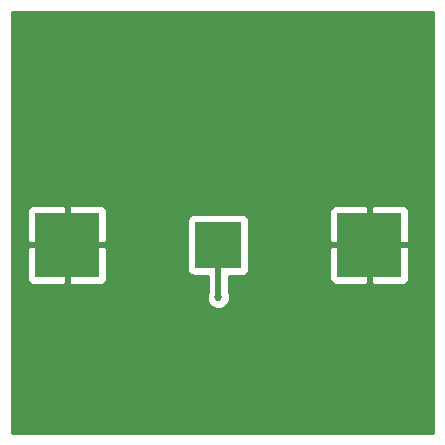
<source format=gbl>
G04 #@! TF.FileFunction,Copper,L2,Bot,Signal*
%FSLAX46Y46*%
G04 Gerber Fmt 4.6, Leading zero omitted, Abs format (unit mm)*
G04 Created by KiCad (PCBNEW 4.0.3-stable) date 08/20/16 15:19:20*
%MOMM*%
%LPD*%
G01*
G04 APERTURE LIST*
%ADD10C,0.100000*%
%ADD11R,4.000000X4.000000*%
%ADD12R,5.500000X5.500000*%
%ADD13C,0.685800*%
%ADD14C,0.508000*%
%ADD15C,0.254000*%
G04 APERTURE END LIST*
D10*
D11*
X144145000Y-104775000D03*
D12*
X131345000Y-104775000D03*
X156945000Y-104775000D03*
D13*
X144145000Y-109220000D03*
X139700000Y-101600000D03*
X146685000Y-93345000D03*
D14*
X144145000Y-104775000D02*
X144145000Y-109220000D01*
D15*
G36*
X162358000Y-120702000D02*
X126694000Y-120702000D01*
X126694000Y-105060750D01*
X127960000Y-105060750D01*
X127960000Y-107651310D01*
X128056673Y-107884699D01*
X128235302Y-108063327D01*
X128468691Y-108160000D01*
X131059250Y-108160000D01*
X131218000Y-108001250D01*
X131218000Y-104902000D01*
X131472000Y-104902000D01*
X131472000Y-108001250D01*
X131630750Y-108160000D01*
X134221309Y-108160000D01*
X134454698Y-108063327D01*
X134633327Y-107884699D01*
X134730000Y-107651310D01*
X134730000Y-105060750D01*
X134571250Y-104902000D01*
X131472000Y-104902000D01*
X131218000Y-104902000D01*
X128118750Y-104902000D01*
X127960000Y-105060750D01*
X126694000Y-105060750D01*
X126694000Y-101898690D01*
X127960000Y-101898690D01*
X127960000Y-104489250D01*
X128118750Y-104648000D01*
X131218000Y-104648000D01*
X131218000Y-101548750D01*
X131472000Y-101548750D01*
X131472000Y-104648000D01*
X134571250Y-104648000D01*
X134730000Y-104489250D01*
X134730000Y-102775000D01*
X141497560Y-102775000D01*
X141497560Y-106775000D01*
X141541838Y-107010317D01*
X141680910Y-107226441D01*
X141893110Y-107371431D01*
X142145000Y-107422440D01*
X143256000Y-107422440D01*
X143256000Y-108810945D01*
X143167270Y-109024630D01*
X143166931Y-109413663D01*
X143315493Y-109773212D01*
X143590341Y-110048540D01*
X143949630Y-110197730D01*
X144338663Y-110198069D01*
X144698212Y-110049507D01*
X144973540Y-109774659D01*
X145122730Y-109415370D01*
X145123069Y-109026337D01*
X145034000Y-108810773D01*
X145034000Y-107422440D01*
X146145000Y-107422440D01*
X146380317Y-107378162D01*
X146596441Y-107239090D01*
X146741431Y-107026890D01*
X146792440Y-106775000D01*
X146792440Y-105060750D01*
X153560000Y-105060750D01*
X153560000Y-107651310D01*
X153656673Y-107884699D01*
X153835302Y-108063327D01*
X154068691Y-108160000D01*
X156659250Y-108160000D01*
X156818000Y-108001250D01*
X156818000Y-104902000D01*
X157072000Y-104902000D01*
X157072000Y-108001250D01*
X157230750Y-108160000D01*
X159821309Y-108160000D01*
X160054698Y-108063327D01*
X160233327Y-107884699D01*
X160330000Y-107651310D01*
X160330000Y-105060750D01*
X160171250Y-104902000D01*
X157072000Y-104902000D01*
X156818000Y-104902000D01*
X153718750Y-104902000D01*
X153560000Y-105060750D01*
X146792440Y-105060750D01*
X146792440Y-102775000D01*
X146748162Y-102539683D01*
X146609090Y-102323559D01*
X146396890Y-102178569D01*
X146145000Y-102127560D01*
X142145000Y-102127560D01*
X141909683Y-102171838D01*
X141693559Y-102310910D01*
X141548569Y-102523110D01*
X141497560Y-102775000D01*
X134730000Y-102775000D01*
X134730000Y-101898690D01*
X153560000Y-101898690D01*
X153560000Y-104489250D01*
X153718750Y-104648000D01*
X156818000Y-104648000D01*
X156818000Y-101548750D01*
X157072000Y-101548750D01*
X157072000Y-104648000D01*
X160171250Y-104648000D01*
X160330000Y-104489250D01*
X160330000Y-101898690D01*
X160233327Y-101665301D01*
X160054698Y-101486673D01*
X159821309Y-101390000D01*
X157230750Y-101390000D01*
X157072000Y-101548750D01*
X156818000Y-101548750D01*
X156659250Y-101390000D01*
X154068691Y-101390000D01*
X153835302Y-101486673D01*
X153656673Y-101665301D01*
X153560000Y-101898690D01*
X134730000Y-101898690D01*
X134633327Y-101665301D01*
X134454698Y-101486673D01*
X134221309Y-101390000D01*
X131630750Y-101390000D01*
X131472000Y-101548750D01*
X131218000Y-101548750D01*
X131059250Y-101390000D01*
X128468691Y-101390000D01*
X128235302Y-101486673D01*
X128056673Y-101665301D01*
X127960000Y-101898690D01*
X126694000Y-101898690D01*
X126694000Y-85038000D01*
X162358000Y-85038000D01*
X162358000Y-120702000D01*
X162358000Y-120702000D01*
G37*
X162358000Y-120702000D02*
X126694000Y-120702000D01*
X126694000Y-105060750D01*
X127960000Y-105060750D01*
X127960000Y-107651310D01*
X128056673Y-107884699D01*
X128235302Y-108063327D01*
X128468691Y-108160000D01*
X131059250Y-108160000D01*
X131218000Y-108001250D01*
X131218000Y-104902000D01*
X131472000Y-104902000D01*
X131472000Y-108001250D01*
X131630750Y-108160000D01*
X134221309Y-108160000D01*
X134454698Y-108063327D01*
X134633327Y-107884699D01*
X134730000Y-107651310D01*
X134730000Y-105060750D01*
X134571250Y-104902000D01*
X131472000Y-104902000D01*
X131218000Y-104902000D01*
X128118750Y-104902000D01*
X127960000Y-105060750D01*
X126694000Y-105060750D01*
X126694000Y-101898690D01*
X127960000Y-101898690D01*
X127960000Y-104489250D01*
X128118750Y-104648000D01*
X131218000Y-104648000D01*
X131218000Y-101548750D01*
X131472000Y-101548750D01*
X131472000Y-104648000D01*
X134571250Y-104648000D01*
X134730000Y-104489250D01*
X134730000Y-102775000D01*
X141497560Y-102775000D01*
X141497560Y-106775000D01*
X141541838Y-107010317D01*
X141680910Y-107226441D01*
X141893110Y-107371431D01*
X142145000Y-107422440D01*
X143256000Y-107422440D01*
X143256000Y-108810945D01*
X143167270Y-109024630D01*
X143166931Y-109413663D01*
X143315493Y-109773212D01*
X143590341Y-110048540D01*
X143949630Y-110197730D01*
X144338663Y-110198069D01*
X144698212Y-110049507D01*
X144973540Y-109774659D01*
X145122730Y-109415370D01*
X145123069Y-109026337D01*
X145034000Y-108810773D01*
X145034000Y-107422440D01*
X146145000Y-107422440D01*
X146380317Y-107378162D01*
X146596441Y-107239090D01*
X146741431Y-107026890D01*
X146792440Y-106775000D01*
X146792440Y-105060750D01*
X153560000Y-105060750D01*
X153560000Y-107651310D01*
X153656673Y-107884699D01*
X153835302Y-108063327D01*
X154068691Y-108160000D01*
X156659250Y-108160000D01*
X156818000Y-108001250D01*
X156818000Y-104902000D01*
X157072000Y-104902000D01*
X157072000Y-108001250D01*
X157230750Y-108160000D01*
X159821309Y-108160000D01*
X160054698Y-108063327D01*
X160233327Y-107884699D01*
X160330000Y-107651310D01*
X160330000Y-105060750D01*
X160171250Y-104902000D01*
X157072000Y-104902000D01*
X156818000Y-104902000D01*
X153718750Y-104902000D01*
X153560000Y-105060750D01*
X146792440Y-105060750D01*
X146792440Y-102775000D01*
X146748162Y-102539683D01*
X146609090Y-102323559D01*
X146396890Y-102178569D01*
X146145000Y-102127560D01*
X142145000Y-102127560D01*
X141909683Y-102171838D01*
X141693559Y-102310910D01*
X141548569Y-102523110D01*
X141497560Y-102775000D01*
X134730000Y-102775000D01*
X134730000Y-101898690D01*
X153560000Y-101898690D01*
X153560000Y-104489250D01*
X153718750Y-104648000D01*
X156818000Y-104648000D01*
X156818000Y-101548750D01*
X157072000Y-101548750D01*
X157072000Y-104648000D01*
X160171250Y-104648000D01*
X160330000Y-104489250D01*
X160330000Y-101898690D01*
X160233327Y-101665301D01*
X160054698Y-101486673D01*
X159821309Y-101390000D01*
X157230750Y-101390000D01*
X157072000Y-101548750D01*
X156818000Y-101548750D01*
X156659250Y-101390000D01*
X154068691Y-101390000D01*
X153835302Y-101486673D01*
X153656673Y-101665301D01*
X153560000Y-101898690D01*
X134730000Y-101898690D01*
X134633327Y-101665301D01*
X134454698Y-101486673D01*
X134221309Y-101390000D01*
X131630750Y-101390000D01*
X131472000Y-101548750D01*
X131218000Y-101548750D01*
X131059250Y-101390000D01*
X128468691Y-101390000D01*
X128235302Y-101486673D01*
X128056673Y-101665301D01*
X127960000Y-101898690D01*
X126694000Y-101898690D01*
X126694000Y-85038000D01*
X162358000Y-85038000D01*
X162358000Y-120702000D01*
M02*

</source>
